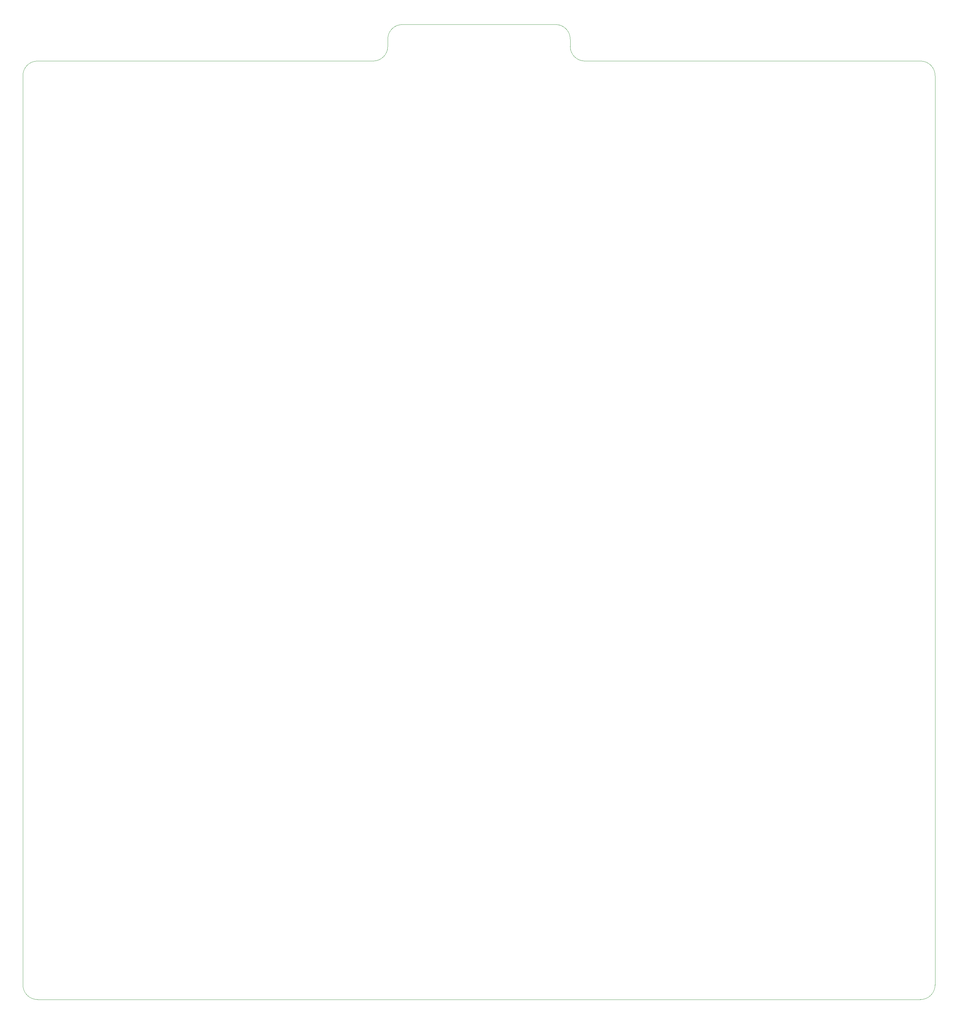
<source format=gko>
G04 Layer_Color=16711935*
%FSLAX44Y44*%
%MOMM*%
G71*
G01*
G75*
%ADD45C,0.0500*%
D45*
X2525000Y2530001D02*
G03*
X2485000Y2570001I-40000J0D01*
G01*
X2485000Y0D02*
G03*
X2525000Y40000I0J40000D01*
G01*
X65000Y2570000D02*
G03*
X25000Y2530000I0J-40000D01*
G01*
X25000Y40000D02*
G03*
X65000Y0I40000J0D01*
G01*
X1525000Y2610000D02*
G03*
X1565000Y2570000I40000J0D01*
G01*
X1525000Y2630000D02*
G03*
X1485000Y2670000I-40000J0D01*
G01*
X1065000D02*
G03*
X1025000Y2630000I0J-40000D01*
G01*
X985000Y2570000D02*
G03*
X1025000Y2610000I0J40000D01*
G01*
X2525000Y40000D02*
Y2530001D01*
X25000Y40000D02*
Y2530000D01*
X1565000Y2570000D02*
X2485000D01*
X1525000Y2610000D02*
Y2630000D01*
X1275000Y2670000D02*
X1485000D01*
X1065000D02*
X1275000D01*
X1025000Y2610000D02*
Y2630000D01*
X65000Y2570000D02*
X985000D01*
X65000Y0D02*
X2485000D01*
M02*

</source>
